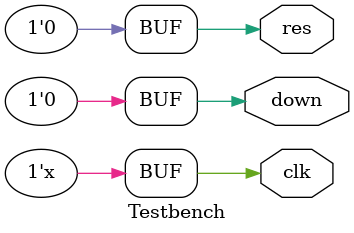
<source format=v>
`timescale 1ns / 1ps


module Testbench(
    output reg clk,
    output reg down,
    output reg res
    );
    initial begin
    clk=0;
    down=0;
    res=0;
    #200
    down =1;
    #100
    down=0;
    #200
    res=1;
    #100
    res=0;
    
  
    end
    always#(25)begin
    clk=~clk;
    end
endmodule

</source>
